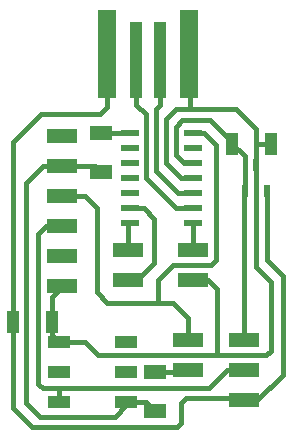
<source format=gbr>
G04 EAGLE Gerber RS-274X export*
G75*
%MOMM*%
%FSLAX34Y34*%
%LPD*%
%INTop Copper*%
%IPPOS*%
%AMOC8*
5,1,8,0,0,1.08239X$1,22.5*%
G01*
%ADD10R,1.500000X0.600000*%
%ADD11R,0.508000X1.016000*%
%ADD12R,1.500000X7.500000*%
%ADD13R,1.000000X6.500000*%
%ADD14R,1.016000X1.905000*%
%ADD15R,1.900000X1.020000*%
%ADD16R,2.540000X1.270000*%
%ADD17R,1.905000X1.270000*%
%ADD18C,0.406400*%


D10*
X122860Y269240D03*
X122860Y256540D03*
X122860Y243840D03*
X122860Y231140D03*
X122860Y218440D03*
X122860Y205740D03*
X122860Y193040D03*
X176860Y193040D03*
X176860Y205740D03*
X176860Y218440D03*
X176860Y231140D03*
X176860Y243840D03*
X176860Y256540D03*
X176860Y269240D03*
D11*
X229870Y242140D03*
X239370Y220140D03*
X220370Y220140D03*
D12*
X103430Y336010D03*
X173430Y336010D03*
D13*
X128430Y331010D03*
X148430Y331010D03*
D14*
X242570Y260350D03*
X209550Y260350D03*
D15*
X119940Y41910D03*
X62940Y41910D03*
X119940Y67310D03*
X62940Y67310D03*
X119940Y92710D03*
X62940Y92710D03*
D16*
X66040Y139700D03*
X66040Y165100D03*
X66040Y190500D03*
X66040Y215900D03*
X66040Y241300D03*
X66040Y266700D03*
X172720Y68580D03*
X172720Y93980D03*
X219700Y93980D03*
X219700Y68580D03*
X219700Y43180D03*
D17*
X144780Y67310D03*
X144780Y34290D03*
X99060Y236220D03*
X99060Y269240D03*
D14*
X57150Y109220D03*
X24130Y109220D03*
D16*
X121920Y170180D03*
X121920Y144780D03*
X176520Y170180D03*
X176520Y144780D03*
D18*
X176860Y231140D02*
X166700Y231140D01*
X153742Y244098D01*
X153742Y281016D01*
X162286Y289560D02*
X173990Y289560D01*
X162286Y289560D02*
X153742Y281016D01*
X173990Y289560D02*
X213360Y289560D01*
X189220Y144780D02*
X196850Y137150D01*
X196850Y81280D01*
X238760Y81280D01*
X242570Y85090D02*
X242570Y143510D01*
X229870Y273050D02*
X213360Y289560D01*
X229870Y273050D02*
X229870Y259080D01*
X229870Y242140D01*
X229870Y156210D01*
X242570Y143510D01*
X242570Y85090D02*
X238760Y81280D01*
X229870Y259080D02*
X231140Y260350D01*
X242570Y260350D01*
X196850Y81280D02*
X96520Y81280D01*
X62940Y92710D02*
X57150Y98500D01*
X57150Y109220D01*
X57150Y130810D01*
X66040Y139700D01*
X62940Y92710D02*
X85090Y92710D01*
X96520Y81280D01*
X173990Y289560D02*
X173990Y335450D01*
X173430Y336010D01*
X128430Y331010D02*
X128430Y293336D01*
X162560Y205740D02*
X176860Y205740D01*
X136710Y231590D02*
X136710Y285056D01*
X128430Y293336D01*
X136710Y231590D02*
X162560Y205740D01*
X145128Y237142D02*
X145128Y289560D01*
X163830Y218440D02*
X176860Y218440D01*
X163830Y218440D02*
X145128Y237142D01*
X148430Y292862D02*
X148430Y331010D01*
X148430Y292862D02*
X145128Y289560D01*
X134794Y205692D02*
X122908Y205692D01*
X122860Y205740D01*
X134794Y205692D02*
X143822Y196664D01*
X143822Y159062D01*
X132080Y147320D01*
X124460Y147320D02*
X121920Y144780D01*
X124460Y147320D02*
X132080Y147320D01*
X121920Y170180D02*
X121920Y192100D01*
X122860Y193040D01*
X176520Y170180D02*
X176860Y170520D01*
X176860Y193040D01*
X48260Y285750D02*
X24130Y261620D01*
X103430Y291390D02*
X103430Y336010D01*
X97790Y285750D02*
X48260Y285750D01*
X97790Y285750D02*
X103430Y291390D01*
X24130Y261620D02*
X24130Y109220D01*
X24130Y36830D02*
X40640Y20320D01*
X219700Y43180D02*
X219700Y45143D01*
X162926Y20320D02*
X40640Y20320D01*
X162926Y20320D02*
X166370Y23764D01*
X166370Y40640D01*
X170873Y45143D01*
X219700Y45143D01*
X231140Y43180D02*
X252730Y64770D01*
X231140Y43180D02*
X219700Y43180D01*
X252730Y64770D02*
X252730Y148590D01*
X239370Y161950D01*
X24130Y109220D02*
X24130Y36830D01*
X239370Y161950D02*
X239370Y220140D01*
X195704Y259286D02*
X185750Y269240D01*
X176860Y269240D01*
X195704Y259286D02*
X195704Y161414D01*
X191516Y157226D01*
X147320Y144780D02*
X147320Y125730D01*
X159766Y157226D02*
X191516Y157226D01*
X159766Y157226D02*
X147320Y144780D01*
X85090Y215900D02*
X66040Y215900D01*
X95250Y134620D02*
X104140Y125730D01*
X147320Y125730D01*
X95250Y205740D02*
X85090Y215900D01*
X95250Y205740D02*
X95250Y134620D01*
X172720Y113030D02*
X172720Y93980D01*
X160020Y125730D02*
X147320Y125730D01*
X160020Y125730D02*
X172720Y113030D01*
X122860Y269240D02*
X99060Y269240D01*
X205740Y68580D02*
X219700Y68580D01*
X205740Y68580D02*
X190500Y53340D01*
X63500Y53340D01*
X62940Y52780D01*
X62940Y41910D01*
X62940Y52780D02*
X62380Y53340D01*
X49530Y53340D02*
X45720Y57150D01*
X45720Y184150D01*
X52070Y190500D02*
X66040Y190500D01*
X62380Y53340D02*
X49530Y53340D01*
X45720Y184150D02*
X52070Y190500D01*
X209550Y260350D02*
X220370Y249530D01*
X220370Y220140D01*
X219700Y219470D02*
X219700Y93980D01*
X176860Y243840D02*
X168910Y243840D01*
X162248Y250502D01*
X176860Y243840D02*
X181940Y243840D01*
X191008Y280162D02*
X167640Y280162D01*
X191008Y280162D02*
X209550Y261620D01*
X167640Y280162D02*
X162248Y274770D01*
X162248Y250502D01*
X93980Y241300D02*
X66040Y241300D01*
X93980Y241300D02*
X99060Y236220D01*
X119940Y41910D02*
X137160Y41910D01*
X144780Y34290D01*
X66040Y241300D02*
X49530Y241300D01*
X35560Y227330D01*
X46990Y29210D02*
X110490Y29210D01*
X35560Y40640D02*
X35560Y227330D01*
X35560Y40640D02*
X46990Y29210D01*
X119940Y38660D02*
X119940Y41910D01*
X119940Y38660D02*
X110490Y29210D01*
X144780Y67310D02*
X171450Y67310D01*
X172720Y68580D01*
M02*

</source>
